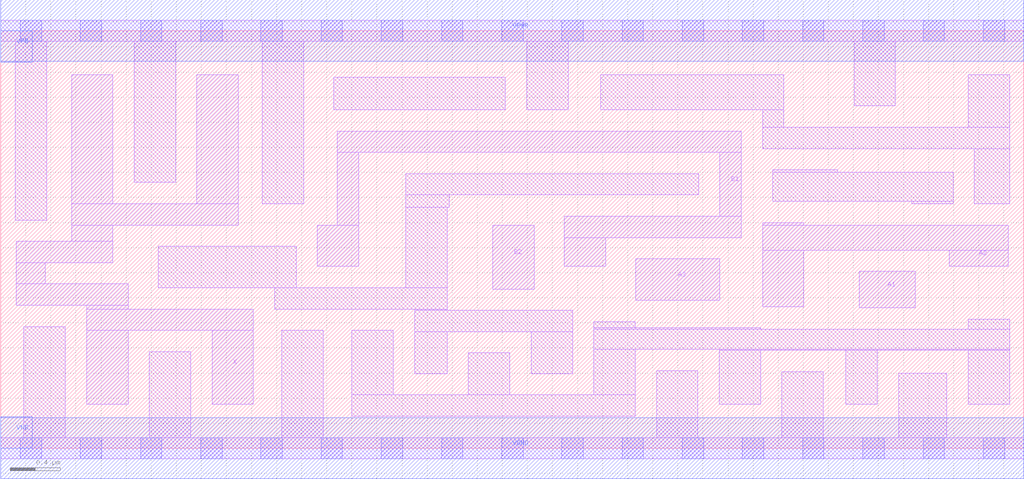
<source format=lef>
# Copyright 2020 The SkyWater PDK Authors
#
# Licensed under the Apache License, Version 2.0 (the "License");
# you may not use this file except in compliance with the License.
# You may obtain a copy of the License at
#
#     https://www.apache.org/licenses/LICENSE-2.0
#
# Unless required by applicable law or agreed to in writing, software
# distributed under the License is distributed on an "AS IS" BASIS,
# WITHOUT WARRANTIES OR CONDITIONS OF ANY KIND, either express or implied.
# See the License for the specific language governing permissions and
# limitations under the License.
#
# SPDX-License-Identifier: Apache-2.0

VERSION 5.5 ;
NAMESCASESENSITIVE ON ;
BUSBITCHARS "[]" ;
DIVIDERCHAR "/" ;
MACRO sky130_fd_sc_ms__o32a_4
  CLASS CORE ;
  SOURCE USER ;
  ORIGIN  0.000000  0.000000 ;
  SIZE  8.160000 BY  3.330000 ;
  SYMMETRY X Y ;
  SITE unit ;
  PIN A1
    ANTENNAGATEAREA  0.492000 ;
    DIRECTION INPUT ;
    USE SIGNAL ;
    PORT
      LAYER li1 ;
        RECT 6.845000 1.120000 7.295000 1.410000 ;
    END
  END A1
  PIN A2
    ANTENNAGATEAREA  0.492000 ;
    DIRECTION INPUT ;
    USE SIGNAL ;
    PORT
      LAYER li1 ;
        RECT 6.075000 1.130000 6.405000 1.580000 ;
        RECT 6.075000 1.580000 8.035000 1.780000 ;
        RECT 6.075000 1.780000 6.405000 1.800000 ;
        RECT 7.565000 1.450000 8.035000 1.580000 ;
    END
  END A2
  PIN A3
    ANTENNAGATEAREA  0.492000 ;
    DIRECTION INPUT ;
    USE SIGNAL ;
    PORT
      LAYER li1 ;
        RECT 5.065000 1.180000 5.735000 1.510000 ;
    END
  END A3
  PIN B1
    ANTENNAGATEAREA  0.492000 ;
    DIRECTION INPUT ;
    USE SIGNAL ;
    PORT
      LAYER li1 ;
        RECT 2.525000 1.450000 2.855000 1.780000 ;
        RECT 2.685000 1.780000 2.855000 2.360000 ;
        RECT 2.685000 2.360000 5.905000 2.530000 ;
        RECT 4.495000 1.450000 4.825000 1.680000 ;
        RECT 4.495000 1.680000 5.905000 1.850000 ;
        RECT 5.735000 1.850000 5.905000 2.360000 ;
    END
  END B1
  PIN B2
    ANTENNAGATEAREA  0.492000 ;
    DIRECTION INPUT ;
    USE SIGNAL ;
    PORT
      LAYER li1 ;
        RECT 3.925000 1.270000 4.255000 1.780000 ;
    END
  END B2
  PIN X
    ANTENNADIFFAREA  1.313300 ;
    DIRECTION OUTPUT ;
    USE SIGNAL ;
    PORT
      LAYER li1 ;
        RECT 0.125000 1.140000 1.015000 1.310000 ;
        RECT 0.125000 1.310000 0.355000 1.480000 ;
        RECT 0.125000 1.480000 0.895000 1.650000 ;
        RECT 0.565000 1.650000 0.895000 1.780000 ;
        RECT 0.565000 1.780000 1.895000 1.950000 ;
        RECT 0.565000 1.950000 0.895000 2.980000 ;
        RECT 0.685000 0.350000 1.015000 0.940000 ;
        RECT 0.685000 0.940000 2.015000 1.110000 ;
        RECT 0.685000 1.110000 1.015000 1.140000 ;
        RECT 1.565000 1.950000 1.895000 2.980000 ;
        RECT 1.685000 0.350000 2.015000 0.940000 ;
    END
  END X
  PIN VGND
    DIRECTION INOUT ;
    USE GROUND ;
    PORT
      LAYER met1 ;
        RECT 0.000000 -0.245000 8.160000 0.245000 ;
    END
  END VGND
  PIN VNB
    DIRECTION INOUT ;
    USE GROUND ;
    PORT
    END
  END VNB
  PIN VPB
    DIRECTION INOUT ;
    USE POWER ;
    PORT
    END
  END VPB
  PIN VNB
    DIRECTION INOUT ;
    USE GROUND ;
    PORT
      LAYER met1 ;
        RECT 0.000000 0.000000 0.250000 0.250000 ;
    END
  END VNB
  PIN VPB
    DIRECTION INOUT ;
    USE POWER ;
    PORT
      LAYER met1 ;
        RECT 0.000000 3.080000 0.250000 3.330000 ;
    END
  END VPB
  PIN VPWR
    DIRECTION INOUT ;
    USE POWER ;
    PORT
      LAYER met1 ;
        RECT 0.000000 3.085000 8.160000 3.575000 ;
    END
  END VPWR
  OBS
    LAYER li1 ;
      RECT 0.000000 -0.085000 8.160000 0.085000 ;
      RECT 0.000000  3.245000 8.160000 3.415000 ;
      RECT 0.115000  1.820000 0.365000 3.245000 ;
      RECT 0.185000  0.085000 0.515000 0.970000 ;
      RECT 1.065000  2.120000 1.395000 3.245000 ;
      RECT 1.185000  0.085000 1.515000 0.770000 ;
      RECT 1.255000  1.280000 2.355000 1.610000 ;
      RECT 2.085000  1.950000 2.415000 3.245000 ;
      RECT 2.185000  1.110000 3.560000 1.280000 ;
      RECT 2.240000  0.085000 2.570000 0.940000 ;
      RECT 2.655000  2.700000 4.025000 2.960000 ;
      RECT 2.800000  0.255000 5.060000 0.425000 ;
      RECT 2.800000  0.425000 3.130000 0.940000 ;
      RECT 3.230000  1.280000 3.560000 1.920000 ;
      RECT 3.230000  1.920000 3.575000 2.020000 ;
      RECT 3.230000  2.020000 5.565000 2.190000 ;
      RECT 3.300000  0.595000 3.560000 0.930000 ;
      RECT 3.300000  0.930000 4.560000 1.100000 ;
      RECT 3.300000  1.100000 3.560000 1.110000 ;
      RECT 3.730000  0.425000 4.060000 0.760000 ;
      RECT 4.195000  2.700000 4.525000 3.245000 ;
      RECT 4.230000  0.595000 4.560000 0.930000 ;
      RECT 4.730000  0.425000 5.060000 0.790000 ;
      RECT 4.730000  0.790000 8.045000 0.950000 ;
      RECT 4.730000  0.950000 6.060000 0.960000 ;
      RECT 4.730000  0.960000 5.060000 1.010000 ;
      RECT 4.785000  2.700000 6.245000 2.980000 ;
      RECT 5.230000  0.085000 5.560000 0.620000 ;
      RECT 5.730000  0.350000 6.060000 0.780000 ;
      RECT 5.730000  0.780000 8.045000 0.790000 ;
      RECT 6.075000  2.390000 8.045000 2.560000 ;
      RECT 6.075000  2.560000 6.245000 2.700000 ;
      RECT 6.155000  1.970000 7.595000 2.200000 ;
      RECT 6.155000  2.200000 6.675000 2.220000 ;
      RECT 6.230000  0.085000 6.560000 0.610000 ;
      RECT 6.740000  0.350000 6.990000 0.780000 ;
      RECT 6.805000  2.730000 7.135000 3.245000 ;
      RECT 7.160000  0.085000 7.545000 0.600000 ;
      RECT 7.265000  1.950000 7.595000 1.970000 ;
      RECT 7.715000  0.350000 8.045000 0.780000 ;
      RECT 7.715000  0.950000 8.045000 1.030000 ;
      RECT 7.715000  2.560000 8.045000 2.980000 ;
      RECT 7.765000  1.950000 8.045000 2.390000 ;
    LAYER mcon ;
      RECT 0.155000 -0.085000 0.325000 0.085000 ;
      RECT 0.155000  3.245000 0.325000 3.415000 ;
      RECT 0.635000 -0.085000 0.805000 0.085000 ;
      RECT 0.635000  3.245000 0.805000 3.415000 ;
      RECT 1.115000 -0.085000 1.285000 0.085000 ;
      RECT 1.115000  3.245000 1.285000 3.415000 ;
      RECT 1.595000 -0.085000 1.765000 0.085000 ;
      RECT 1.595000  3.245000 1.765000 3.415000 ;
      RECT 2.075000 -0.085000 2.245000 0.085000 ;
      RECT 2.075000  3.245000 2.245000 3.415000 ;
      RECT 2.555000 -0.085000 2.725000 0.085000 ;
      RECT 2.555000  3.245000 2.725000 3.415000 ;
      RECT 3.035000 -0.085000 3.205000 0.085000 ;
      RECT 3.035000  3.245000 3.205000 3.415000 ;
      RECT 3.515000 -0.085000 3.685000 0.085000 ;
      RECT 3.515000  3.245000 3.685000 3.415000 ;
      RECT 3.995000 -0.085000 4.165000 0.085000 ;
      RECT 3.995000  3.245000 4.165000 3.415000 ;
      RECT 4.475000 -0.085000 4.645000 0.085000 ;
      RECT 4.475000  3.245000 4.645000 3.415000 ;
      RECT 4.955000 -0.085000 5.125000 0.085000 ;
      RECT 4.955000  3.245000 5.125000 3.415000 ;
      RECT 5.435000 -0.085000 5.605000 0.085000 ;
      RECT 5.435000  3.245000 5.605000 3.415000 ;
      RECT 5.915000 -0.085000 6.085000 0.085000 ;
      RECT 5.915000  3.245000 6.085000 3.415000 ;
      RECT 6.395000 -0.085000 6.565000 0.085000 ;
      RECT 6.395000  3.245000 6.565000 3.415000 ;
      RECT 6.875000 -0.085000 7.045000 0.085000 ;
      RECT 6.875000  3.245000 7.045000 3.415000 ;
      RECT 7.355000 -0.085000 7.525000 0.085000 ;
      RECT 7.355000  3.245000 7.525000 3.415000 ;
      RECT 7.835000 -0.085000 8.005000 0.085000 ;
      RECT 7.835000  3.245000 8.005000 3.415000 ;
  END
END sky130_fd_sc_ms__o32a_4
END LIBRARY

</source>
